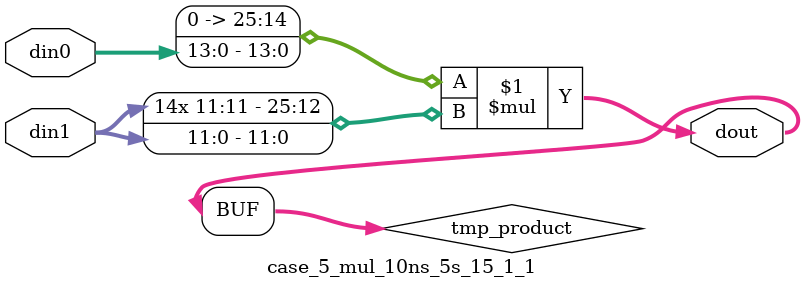
<source format=v>

`timescale 1 ns / 1 ps

 (* use_dsp = "no" *)  module case_5_mul_10ns_5s_15_1_1(din0, din1, dout);
parameter ID = 1;
parameter NUM_STAGE = 0;
parameter din0_WIDTH = 14;
parameter din1_WIDTH = 12;
parameter dout_WIDTH = 26;

input [din0_WIDTH - 1 : 0] din0; 
input [din1_WIDTH - 1 : 0] din1; 
output [dout_WIDTH - 1 : 0] dout;

wire signed [dout_WIDTH - 1 : 0] tmp_product;

























assign tmp_product = $signed({1'b0, din0}) * $signed(din1);










assign dout = tmp_product;





















endmodule

</source>
